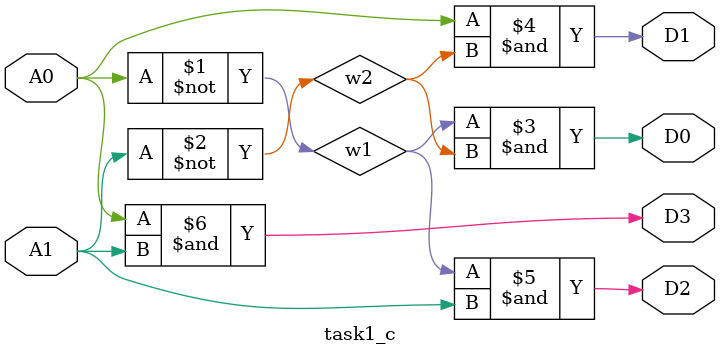
<source format=v>
`timescale 1ns / 1ps

module task1_c(

    input A0,
    input A1,
    output D0,
    output D1,
    output D2,
    output D3
    );
    wire w1, w2;
    
    assign #5 w1 = ~A0;
    assign w2 = ~A1;
    assign #5 D0 = w1 & w2;
    assign D1 = A0 & w2;
    assign D2 =  w1 & A1;
    assign D3 = A0 & A1;
    
endmodule

</source>
